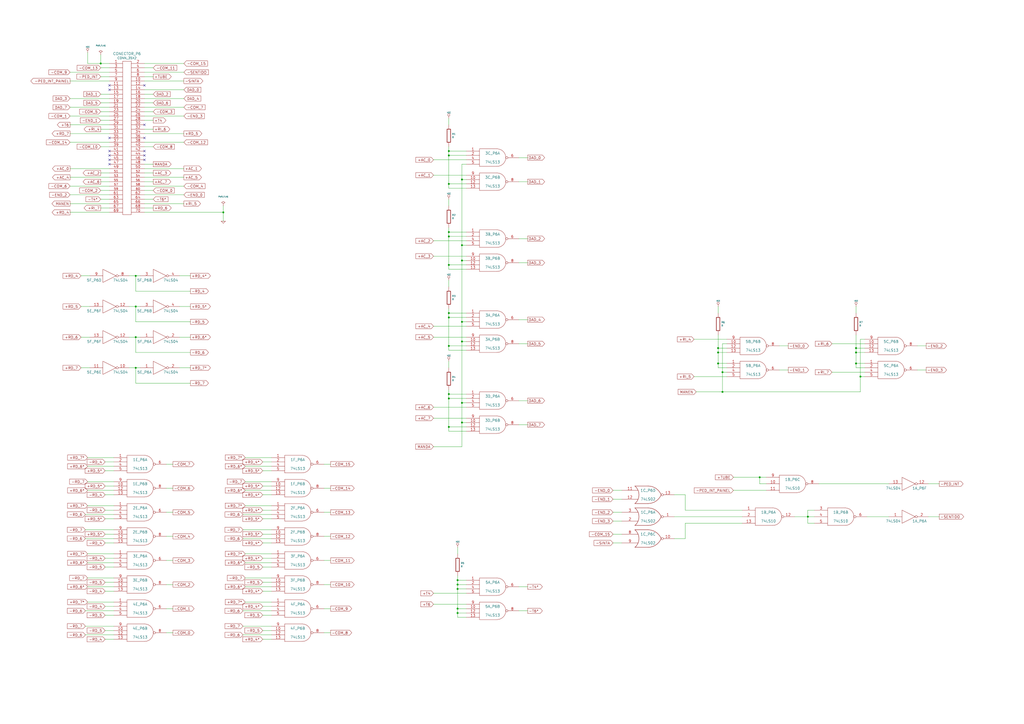
<source format=kicad_sch>
(kicad_sch (version 20250114) (generator "eeschema") (generator_version "9.0")
  (paper "A2")
  (title_block (date "2 aug 2016"))
  (junction (at 265.43 355.6))
  (junction (at 416.56 204.47))
  (junction (at 267.97 245.11))
  (junction (at 260.35 137.16))
  (junction (at 267.97 104.14))
  (junction (at 260.35 181.61))
  (junction (at 265.43 336.55))
  (junction (at 260.35 90.17))
  (junction (at 78.74 195.58))
  (junction (at 260.35 228.6))
  (junction (at 419.1 227.33))
  (junction (at 496.57 210.82))
  (junction (at 496.57 204.47))
  (junction (at 267.97 198.12))
  (junction (at 265.43 341.63))
  (junction (at 265.43 353.06))
  (junction (at 260.35 247.65))
  (junction (at 416.56 210.82))
  (junction (at 419.1 215.9))
  (junction (at 267.97 151.13))
  (junction (at 260.35 231.14))
  (junction (at 267.97 142.24))
  (junction (at 78.74 213.36))
  (junction (at 78.74 177.8))
  (junction (at 267.97 186.69))
  (junction (at 260.35 153.67))
  (junction (at 260.35 87.63))
  (junction (at 58.42 36.83))
  (junction (at 260.35 134.62))
  (junction (at 440.69 276.86))
  (junction (at 496.57 201.93))
  (junction (at 129.54 123.19))
  (junction (at 468.63 299.72))
  (junction (at 267.97 233.68))
  (junction (at 416.56 201.93))
  (junction (at 265.43 339.09))
  (junction (at 260.35 200.66))
  (junction (at 499.11 218.44))
  (junction (at 260.35 184.15))
  (junction (at 78.74 160.02))
  (junction (at 260.35 106.68))
  (no_connect (at 63.5 87.63))
  (no_connect (at 63.5 90.17))
  (no_connect (at 63.5 49.53))
  (no_connect (at 63.5 52.07))
  (no_connect (at 83.82 87.63))
  (no_connect (at 63.5 80.01))
  (no_connect (at 63.5 92.71))
  (no_connect (at 83.82 49.53))
  (no_connect (at 63.5 95.25))
  (no_connect (at 83.82 90.17))
  (no_connect (at 83.82 80.01))
  (no_connect (at 83.82 92.71))
  (no_connect (at 83.82 72.39))
  (wire (pts (xy 83.82 123.19) (xy 129.54 123.19)))
  (wire (pts (xy 140.97 307.34) (xy 157.48 307.34)))
  (wire (pts (xy 260.35 87.63) (xy 260.35 90.17)))
  (wire (pts (xy 40.64 97.79) (xy 63.5 97.79)))
  (wire (pts (xy 50.8 270.51) (xy 66.04 270.51)))
  (wire (pts (xy 74.93 195.58) (xy 78.74 195.58)))
  (wire (pts (xy 260.35 226.06) (xy 260.35 228.6)))
  (wire (pts (xy 501.65 199.39) (xy 482.6 199.39)))
  (wire (pts (xy 106.68 102.87) (xy 83.82 102.87)))
  (wire (pts (xy 129.54 119.38) (xy 129.54 123.19)))
  (wire (pts (xy 66.04 293.37) (xy 50.8 293.37)))
  (wire (pts (xy 152.4 356.87) (xy 157.48 356.87)))
  (wire (pts (xy 63.5 69.85) (xy 58.42 69.85)))
  (wire (pts (xy 78.74 195.58) (xy 81.28 195.58)))
  (wire (pts (xy 260.35 68.58) (xy 260.35 72.39)))
  (wire (pts (xy 140.97 368.3) (xy 157.48 368.3)))
  (wire (pts (xy 440.69 276.86) (xy 444.5 276.86)))
  (wire (pts (xy 270.51 236.22) (xy 251.46 236.22)))
  (wire (pts (xy 260.35 153.67) (xy 260.35 156.21)))
  (wire (pts (xy 106.68 107.95) (xy 83.82 107.95)))
  (wire (pts (xy 360.68 289.56) (xy 355.6 289.56)))
  (wire (pts (xy 60.96 281.94) (xy 66.04 281.94)))
  (wire (pts (xy 96.52 325.12) (xy 100.33 325.12)))
  (wire (pts (xy 270.51 344.17) (xy 251.46 344.17)))
  (wire (pts (xy 300.99 246.38) (xy 306.07 246.38)))
  (wire (pts (xy 419.1 215.9) (xy 421.64 215.9)))
  (wire (pts (xy 360.68 284.48) (xy 355.6 284.48)))
  (wire (pts (xy 157.48 321.31) (xy 142.24 321.31)))
  (wire (pts (xy 88.9 69.85) (xy 83.82 69.85)))
  (wire (pts (xy 300.99 152.4) (xy 306.07 152.4)))
  (wire (pts (xy 52.07 177.8) (xy 46.99 177.8)))
  (wire (pts (xy 140.97 312.42) (xy 157.48 312.42)))
  (wire (pts (xy 49.53 298.45) (xy 66.04 298.45)))
  (wire (pts (xy 60.96 328.93) (xy 66.04 328.93)))
  (wire (pts (xy 58.42 44.45) (xy 63.5 44.45)))
  (wire (pts (xy 83.82 46.99) (xy 106.68 46.99)))
  (wire (pts (xy 78.74 186.69) (xy 78.74 177.8)))
  (wire (pts (xy 421.64 201.93) (xy 416.56 201.93)))
  (wire (pts (xy 502.92 299.72) (xy 515.62 299.72)))
  (wire (pts (xy 270.51 189.23) (xy 251.46 189.23)))
  (wire (pts (xy 58.42 54.61) (xy 63.5 54.61)))
  (wire (pts (xy 110.49 204.47) (xy 78.74 204.47)))
  (wire (pts (xy 532.13 214.63) (xy 537.21 214.63)))
  (wire (pts (xy 110.49 213.36) (xy 104.14 213.36)))
  (wire (pts (xy 260.35 231.14) (xy 260.35 247.65)))
  (wire (pts (xy 306.07 340.36) (xy 300.99 340.36)))
  (wire (pts (xy 496.57 194.31) (xy 496.57 201.93)))
  (wire (pts (xy 496.57 204.47) (xy 496.57 210.82)))
  (wire (pts (xy 66.04 349.25) (xy 50.8 349.25)))
  (wire (pts (xy 260.35 106.68) (xy 260.35 109.22)))
  (wire (pts (xy 66.04 337.82) (xy 60.96 337.82)))
  (wire (pts (xy 267.97 104.14) (xy 267.97 142.24)))
  (wire (pts (xy 50.8 335.28) (xy 66.04 335.28)))
  (wire (pts (xy 544.83 280.67) (xy 538.48 280.67)))
  (wire (pts (xy 260.35 106.68) (xy 270.51 106.68)))
  (wire (pts (xy 265.43 353.06) (xy 270.51 353.06)))
  (wire (pts (xy 360.68 302.26) (xy 355.6 302.26)))
  (wire (pts (xy 157.48 265.43) (xy 142.24 265.43)))
  (wire (pts (xy 58.42 31.75) (xy 58.42 36.83)))
  (wire (pts (xy 355.6 297.18) (xy 360.68 297.18)))
  (wire (pts (xy 419.1 227.33) (xy 403.86 227.33)))
  (wire (pts (xy 265.43 341.63) (xy 270.51 341.63)))
  (wire (pts (xy 306.07 185.42) (xy 300.99 185.42)))
  (wire (pts (xy 78.74 160.02) (xy 81.28 160.02)))
  (wire (pts (xy 425.45 284.48) (xy 444.5 284.48)))
  (wire (pts (xy 421.64 196.85) (xy 402.59 196.85)))
  (wire (pts (xy 58.42 100.33) (xy 63.5 100.33)))
  (wire (pts (xy 157.48 349.25) (xy 142.24 349.25)))
  (wire (pts (xy 140.97 354.33) (xy 157.48 354.33)))
  (wire (pts (xy 40.64 107.95) (xy 63.5 107.95)))
  (wire (pts (xy 40.64 46.99) (xy 63.5 46.99)))
  (wire (pts (xy 40.64 41.91) (xy 63.5 41.91)))
  (wire (pts (xy 187.96 297.18) (xy 191.77 297.18)))
  (wire (pts (xy 157.48 363.22) (xy 140.97 363.22)))
  (wire (pts (xy 472.44 295.91) (xy 468.63 295.91)))
  (wire (pts (xy 100.33 339.09) (xy 96.52 339.09)))
  (wire (pts (xy 106.68 77.47) (xy 83.82 77.47)))
  (wire (pts (xy 270.51 195.58) (xy 251.46 195.58)))
  (wire (pts (xy 452.12 214.63) (xy 457.2 214.63)))
  (wire (pts (xy 270.51 231.14) (xy 260.35 231.14)))
  (wire (pts (xy 58.42 85.09) (xy 63.5 85.09)))
  (wire (pts (xy 397.51 295.91) (xy 430.53 295.91)))
  (wire (pts (xy 496.57 213.36) (xy 501.65 213.36)))
  (wire (pts (xy 260.35 181.61) (xy 260.35 184.15)))
  (wire (pts (xy 496.57 177.8) (xy 496.57 181.61)))
  (wire (pts (xy 270.51 90.17) (xy 260.35 90.17)))
  (wire (pts (xy 267.97 142.24) (xy 270.51 142.24)))
  (wire (pts (xy 260.35 153.67) (xy 270.51 153.67)))
  (wire (pts (xy 106.68 113.03) (xy 83.82 113.03)))
  (wire (pts (xy 152.4 281.94) (xy 157.48 281.94)))
  (wire (pts (xy 260.35 209.55) (xy 260.35 213.36)))
  (wire (pts (xy 538.48 299.72) (xy 544.83 299.72)))
  (wire (pts (xy 391.16 287.02) (xy 397.51 287.02)))
  (wire (pts (xy 152.4 351.79) (xy 157.48 351.79)))
  (wire (pts (xy 152.4 314.96) (xy 157.48 314.96)))
  (wire (pts (xy 416.56 210.82) (xy 416.56 213.36)))
  (wire (pts (xy 152.4 267.97) (xy 157.48 267.97)))
  (wire (pts (xy 50.8 30.48) (xy 50.8 36.83)))
  (wire (pts (xy 496.57 204.47) (xy 501.65 204.47)))
  (wire (pts (xy 260.35 181.61) (xy 270.51 181.61)))
  (wire (pts (xy 58.42 59.69) (xy 63.5 59.69)))
  (wire (pts (xy 191.77 283.21) (xy 187.96 283.21)))
  (wire (pts (xy 88.9 95.25) (xy 83.82 95.25)))
  (wire (pts (xy 468.63 303.53) (xy 472.44 303.53)))
  (wire (pts (xy 100.33 311.15) (xy 96.52 311.15)))
  (wire (pts (xy 187.96 325.12) (xy 191.77 325.12)))
  (wire (pts (xy 496.57 210.82) (xy 501.65 210.82)))
  (wire (pts (xy 501.65 201.93) (xy 496.57 201.93)))
  (wire (pts (xy 140.97 298.45) (xy 157.48 298.45)))
  (wire (pts (xy 142.24 284.48) (xy 157.48 284.48)))
  (wire (pts (xy 88.9 85.09) (xy 83.82 85.09)))
  (wire (pts (xy 300.99 199.39) (xy 306.07 199.39)))
  (wire (pts (xy 270.51 198.12) (xy 267.97 198.12)))
  (wire (pts (xy 260.35 179.07) (xy 260.35 181.61)))
  (wire (pts (xy 461.01 299.72) (xy 468.63 299.72)))
  (wire (pts (xy 260.35 247.65) (xy 270.51 247.65)))
  (wire (pts (xy 267.97 233.68) (xy 267.97 245.11)))
  (wire (pts (xy 88.9 54.61) (xy 83.82 54.61)))
  (wire (pts (xy 88.9 39.37) (xy 83.82 39.37)))
  (wire (pts (xy 260.35 90.17) (xy 260.35 106.68)))
  (wire (pts (xy 152.4 328.93) (xy 157.48 328.93)))
  (wire (pts (xy 260.35 115.57) (xy 260.35 119.38)))
  (wire (pts (xy 537.21 200.66) (xy 532.13 200.66)))
  (wire (pts (xy 40.64 102.87) (xy 63.5 102.87)))
  (wire (pts (xy 152.4 309.88) (xy 157.48 309.88)))
  (wire (pts (xy 60.96 323.85) (xy 66.04 323.85)))
  (wire (pts (xy 110.49 160.02) (xy 104.14 160.02)))
  (wire (pts (xy 152.4 273.05) (xy 157.48 273.05)))
  (wire (pts (xy 60.96 370.84) (xy 66.04 370.84)))
  (wire (pts (xy 260.35 200.66) (xy 270.51 200.66)))
  (wire (pts (xy 106.68 62.23) (xy 83.82 62.23)))
  (wire (pts (xy 260.35 200.66) (xy 260.35 203.2)))
  (wire (pts (xy 416.56 213.36) (xy 421.64 213.36)))
  (wire (pts (xy 60.96 314.96) (xy 66.04 314.96)))
  (wire (pts (xy 187.96 269.24) (xy 191.77 269.24)))
  (wire (pts (xy 421.64 218.44) (xy 402.59 218.44)))
  (wire (pts (xy 270.51 139.7) (xy 251.46 139.7)))
  (wire (pts (xy 40.64 118.11) (xy 63.5 118.11)))
  (wire (pts (xy 66.04 321.31) (xy 50.8 321.31)))
  (wire (pts (xy 267.97 198.12) (xy 267.97 233.68)))
  (wire (pts (xy 468.63 299.72) (xy 472.44 299.72)))
  (wire (pts (xy 50.8 284.48) (xy 66.04 284.48)))
  (wire (pts (xy 52.07 213.36) (xy 46.99 213.36)))
  (wire (pts (xy 265.43 358.14) (xy 270.51 358.14)))
  (wire (pts (xy 49.53 307.34) (xy 66.04 307.34)))
  (wire (pts (xy 74.93 213.36) (xy 78.74 213.36)))
  (wire (pts (xy 416.56 201.93) (xy 416.56 204.47)))
  (wire (pts (xy 50.8 326.39) (xy 66.04 326.39)))
  (wire (pts (xy 191.77 311.15) (xy 187.96 311.15)))
  (wire (pts (xy 50.8 36.83) (xy 58.42 36.83)))
  (wire (pts (xy 100.33 283.21) (xy 96.52 283.21)))
  (wire (pts (xy 416.56 204.47) (xy 416.56 210.82)))
  (wire (pts (xy 83.82 44.45) (xy 88.9 44.45)))
  (wire (pts (xy 425.45 276.86) (xy 440.69 276.86)))
  (wire (pts (xy 106.68 67.31) (xy 83.82 67.31)))
  (wire (pts (xy 496.57 210.82) (xy 496.57 213.36)))
  (wire (pts (xy 419.1 199.39) (xy 419.1 215.9)))
  (wire (pts (xy 106.68 52.07) (xy 83.82 52.07)))
  (wire (pts (xy 306.07 138.43) (xy 300.99 138.43)))
  (wire (pts (xy 265.43 353.06) (xy 265.43 355.6)))
  (wire (pts (xy 152.4 365.76) (xy 157.48 365.76)))
  (wire (pts (xy 355.6 314.96) (xy 360.68 314.96)))
  (wire (pts (xy 83.82 118.11) (xy 106.68 118.11)))
  (wire (pts (xy 515.62 280.67) (xy 474.98 280.67)))
  (wire (pts (xy 60.96 273.05) (xy 66.04 273.05)))
  (wire (pts (xy 270.51 350.52) (xy 251.46 350.52)))
  (wire (pts (xy 267.97 151.13) (xy 267.97 186.69)))
  (wire (pts (xy 187.96 353.06) (xy 191.77 353.06)))
  (wire (pts (xy 63.5 110.49) (xy 58.42 110.49)))
  (wire (pts (xy 40.64 57.15) (xy 63.5 57.15)))
  (wire (pts (xy 58.42 36.83) (xy 63.5 36.83)))
  (wire (pts (xy 66.04 265.43) (xy 50.8 265.43)))
  (wire (pts (xy 306.07 91.44) (xy 300.99 91.44)))
  (wire (pts (xy 50.8 340.36) (xy 66.04 340.36)))
  (wire (pts (xy 260.35 250.19) (xy 270.51 250.19)))
  (wire (pts (xy 60.96 342.9) (xy 66.04 342.9)))
  (wire (pts (xy 430.53 303.53) (xy 397.51 303.53)))
  (wire (pts (xy 270.51 336.55) (xy 265.43 336.55)))
  (wire (pts (xy 265.43 334.01) (xy 265.43 336.55)))
  (wire (pts (xy 58.42 64.77) (xy 63.5 64.77)))
  (wire (pts (xy 270.51 184.15) (xy 260.35 184.15)))
  (wire (pts (xy 110.49 186.69) (xy 78.74 186.69)))
  (wire (pts (xy 270.51 104.14) (xy 267.97 104.14)))
  (wire (pts (xy 110.49 168.91) (xy 78.74 168.91)))
  (wire (pts (xy 260.35 132.08) (xy 260.35 134.62)))
  (wire (pts (xy 96.52 297.18) (xy 100.33 297.18)))
  (wire (pts (xy 270.51 339.09) (xy 265.43 339.09)))
  (wire (pts (xy 129.54 123.19) (xy 129.54 128.27)))
  (wire (pts (xy 152.4 295.91) (xy 157.48 295.91)))
  (wire (pts (xy 110.49 177.8) (xy 104.14 177.8)))
  (wire (pts (xy 300.99 354.33) (xy 306.07 354.33)))
  (wire (pts (xy 142.24 326.39) (xy 157.48 326.39)))
  (wire (pts (xy 63.5 115.57) (xy 58.42 115.57)))
  (wire (pts (xy 306.07 232.41) (xy 300.99 232.41)))
  (wire (pts (xy 421.64 199.39) (xy 419.1 199.39)))
  (wire (pts (xy 468.63 295.91) (xy 468.63 299.72)))
  (wire (pts (xy 100.33 367.03) (xy 96.52 367.03)))
  (wire (pts (xy 499.11 196.85) (xy 499.11 218.44)))
  (wire (pts (xy 267.97 245.11) (xy 270.51 245.11)))
  (wire (pts (xy 58.42 74.93) (xy 63.5 74.93)))
  (wire (pts (xy 265.43 336.55) (xy 265.43 339.09)))
  (wire (pts (xy 74.93 177.8) (xy 78.74 177.8)))
  (wire (pts (xy 78.74 204.47) (xy 78.74 195.58)))
  (wire (pts (xy 152.4 370.84) (xy 157.48 370.84)))
  (wire (pts (xy 267.97 142.24) (xy 267.97 151.13)))
  (wire (pts (xy 260.35 184.15) (xy 260.35 200.66)))
  (wire (pts (xy 267.97 233.68) (xy 270.51 233.68)))
  (wire (pts (xy 267.97 259.08) (xy 251.46 259.08)))
  (wire (pts (xy 50.8 279.4) (xy 66.04 279.4)))
  (wire (pts (xy 66.04 363.22) (xy 49.53 363.22)))
  (wire (pts (xy 110.49 222.25) (xy 78.74 222.25)))
  (wire (pts (xy 360.68 309.88) (xy 355.6 309.88)))
  (wire (pts (xy 267.97 186.69) (xy 267.97 198.12)))
  (wire (pts (xy 60.96 287.02) (xy 66.04 287.02)))
  (wire (pts (xy 88.9 64.77) (xy 83.82 64.77)))
  (wire (pts (xy 52.07 195.58) (xy 46.99 195.58)))
  (wire (pts (xy 78.74 168.91) (xy 78.74 160.02)))
  (wire (pts (xy 60.96 309.88) (xy 66.04 309.88)))
  (wire (pts (xy 49.53 368.3) (xy 66.04 368.3)))
  (wire (pts (xy 157.48 337.82) (xy 152.4 337.82)))
  (wire (pts (xy 265.43 341.63) (xy 265.43 353.06)))
  (wire (pts (xy 440.69 276.86) (xy 440.69 280.67)))
  (wire (pts (xy 88.9 105.41) (xy 83.82 105.41)))
  (wire (pts (xy 416.56 204.47) (xy 421.64 204.47)))
  (wire (pts (xy 267.97 95.25) (xy 270.51 95.25)))
  (wire (pts (xy 270.51 137.16) (xy 260.35 137.16)))
  (wire (pts (xy 270.51 92.71) (xy 251.46 92.71)))
  (wire (pts (xy 63.5 105.41) (xy 58.42 105.41)))
  (wire (pts (xy 267.97 186.69) (xy 270.51 186.69)))
  (wire (pts (xy 49.53 312.42) (xy 66.04 312.42)))
  (wire (pts (xy 267.97 245.11) (xy 267.97 259.08)))
  (wire (pts (xy 270.51 148.59) (xy 251.46 148.59)))
  (wire (pts (xy 496.57 201.93) (xy 496.57 204.47)))
  (wire (pts (xy 152.4 287.02) (xy 157.48 287.02)))
  (wire (pts (xy 499.11 196.85) (xy 501.65 196.85)))
  (wire (pts (xy 430.53 299.72) (xy 391.16 299.72)))
  (wire (pts (xy 152.4 342.9) (xy 157.48 342.9)))
  (wire (pts (xy 152.4 300.99) (xy 157.48 300.99)))
  (wire (pts (xy 142.24 270.51) (xy 157.48 270.51)))
  (wire (pts (xy 440.69 280.67) (xy 444.5 280.67)))
  (wire (pts (xy 416.56 177.8) (xy 416.56 181.61)))
  (wire (pts (xy 267.97 95.25) (xy 267.97 104.14)))
  (wire (pts (xy 74.93 160.02) (xy 78.74 160.02)))
  (wire (pts (xy 265.43 317.5) (xy 265.43 321.31)))
  (wire (pts (xy 397.51 287.02) (xy 397.51 295.91)))
  (wire (pts (xy 416.56 194.31) (xy 416.56 201.93)))
  (wire (pts (xy 88.9 100.33) (xy 83.82 100.33)))
  (wire (pts (xy 419.1 215.9) (xy 419.1 227.33)))
  (wire (pts (xy 260.35 156.21) (xy 270.51 156.21)))
  (wire (pts (xy 63.5 120.65) (xy 58.42 120.65)))
  (wire (pts (xy 270.51 101.6) (xy 251.46 101.6)))
  (wire (pts (xy 49.53 354.33) (xy 66.04 354.33)))
  (wire (pts (xy 499.11 218.44) (xy 499.11 227.33)))
  (wire (pts (xy 88.9 115.57) (xy 83.82 115.57)))
  (wire (pts (xy 78.74 213.36) (xy 81.28 213.36)))
  (wire (pts (xy 260.35 87.63) (xy 270.51 87.63)))
  (wire (pts (xy 96.52 353.06) (xy 100.33 353.06)))
  (wire (pts (xy 106.68 82.55) (xy 83.82 82.55)))
  (wire (pts (xy 265.43 355.6) (xy 270.51 355.6)))
  (wire (pts (xy 300.99 105.41) (xy 306.07 105.41)))
  (wire (pts (xy 157.48 293.37) (xy 142.24 293.37)))
  (wire (pts (xy 88.9 120.65) (xy 83.82 120.65)))
  (wire (pts (xy 260.35 134.62) (xy 270.51 134.62)))
  (wire (pts (xy 40.64 67.31) (xy 63.5 67.31)))
  (wire (pts (xy 191.77 367.03) (xy 187.96 367.03)))
  (wire (pts (xy 260.35 228.6) (xy 260.35 231.14)))
  (wire (pts (xy 265.43 339.09) (xy 265.43 341.63)))
  (wire (pts (xy 468.63 299.72) (xy 468.63 303.53)))
  (wire (pts (xy 265.43 355.6) (xy 265.43 358.14)))
  (wire (pts (xy 58.42 39.37) (xy 63.5 39.37)))
  (wire (pts (xy 40.64 77.47) (xy 63.5 77.47)))
  (wire (pts (xy 110.49 195.58) (xy 104.14 195.58)))
  (wire (pts (xy 96.52 269.24) (xy 100.33 269.24)))
  (wire (pts (xy 260.35 203.2) (xy 270.51 203.2)))
  (wire (pts (xy 457.2 200.66) (xy 452.12 200.66)))
  (wire (pts (xy 142.24 279.4) (xy 157.48 279.4)))
  (wire (pts (xy 40.64 82.55) (xy 63.5 82.55)))
  (wire (pts (xy 270.51 242.57) (xy 251.46 242.57)))
  (wire (pts (xy 260.35 109.22) (xy 270.51 109.22)))
  (wire (pts (xy 260.35 137.16) (xy 260.35 153.67)))
  (wire (pts (xy 152.4 323.85) (xy 157.48 323.85)))
  (wire (pts (xy 106.68 97.79) (xy 83.82 97.79)))
  (wire (pts (xy 60.96 295.91) (xy 66.04 295.91)))
  (wire (pts (xy 397.51 303.53) (xy 397.51 312.42)))
  (wire (pts (xy 142.24 335.28) (xy 157.48 335.28)))
  (wire (pts (xy 106.68 57.15) (xy 83.82 57.15)))
  (wire (pts (xy 260.35 162.56) (xy 260.35 166.37)))
  (wire (pts (xy 416.56 210.82) (xy 421.64 210.82)))
  (wire (pts (xy 106.68 36.83) (xy 83.82 36.83)))
  (wire (pts (xy 142.24 340.36) (xy 157.48 340.36)))
  (wire (pts (xy 88.9 110.49) (xy 83.82 110.49)))
  (wire (pts (xy 267.97 151.13) (xy 270.51 151.13)))
  (wire (pts (xy 40.64 113.03) (xy 63.5 113.03)))
  (wire (pts (xy 88.9 74.93) (xy 83.82 74.93)))
  (wire (pts (xy 40.64 62.23) (xy 63.5 62.23)))
  (wire (pts (xy 40.64 123.19) (xy 63.5 123.19)))
  (wire (pts (xy 78.74 222.25) (xy 78.74 213.36)))
  (wire (pts (xy 499.11 227.33) (xy 419.1 227.33)))
  (wire (pts (xy 78.74 177.8) (xy 81.28 177.8)))
  (wire (pts (xy 40.64 72.39) (xy 63.5 72.39)))
  (wire (pts (xy 501.65 215.9) (xy 482.6 215.9)))
  (wire (pts (xy 260.35 247.65) (xy 260.35 250.19)))
  (wire (pts (xy 260.35 228.6) (xy 270.51 228.6)))
  (wire (pts (xy 60.96 267.97) (xy 66.04 267.97)))
  (wire (pts (xy 260.35 134.62) (xy 260.35 137.16)))
  (wire (pts (xy 60.96 351.79) (xy 66.04 351.79)))
  (wire (pts (xy 88.9 59.69) (xy 83.82 59.69)))
  (wire (pts (xy 52.07 160.02) (xy 46.99 160.02)))
  (wire (pts (xy 499.11 218.44) (xy 501.65 218.44)))
  (wire (pts (xy 191.77 339.09) (xy 187.96 339.09)))
  (wire (pts (xy 397.51 312.42) (xy 391.16 312.42)))
  (wire (pts (xy 260.35 85.09) (xy 260.35 87.63)))
  (wire (pts (xy 60.96 356.87) (xy 66.04 356.87)))
  (wire (pts (xy 83.82 41.91) (xy 106.68 41.91)))
  (wire (pts (xy 60.96 365.76) (xy 66.04 365.76)))
  (wire (pts (xy 60.96 300.99) (xy 66.04 300.99)))
  (global_label "-END_1" (shape input) (at 58.42 69.85 180) (effects (font (size 1.524 1.524))) (property "Intersheetrefs" "${INTERSHEET_REFS}" (effects (hide yes))))
  (global_label "-RD_4" (shape input) (at 60.96 295.91 180) (effects (font (size 1.524 1.524))) (property "Intersheetrefs" "${INTERSHEET_REFS}" (effects (hide yes))))
  (global_label "+RD_4*" (shape output) (at 110.49 160.02 0) (effects (font (size 1.524 1.524))) (property "Intersheetrefs" "${INTERSHEET_REFS}" (effects (hide yes))))
  (global_label "+RD_6*" (shape input) (at 50.8 326.39 180) (effects (font (size 1.524 1.524))) (property "Intersheetrefs" "${INTERSHEET_REFS}" (effects (hide yes))))
  (global_label "+TUBE" (shape input) (at 425.45 276.86 180) (effects (font (size 1.524 1.524))) (property "Intersheetrefs" "${INTERSHEET_REFS}" (effects (hide yes))))
  (global_label "-END_2" (shape input) (at 40.64 113.03 180) (effects (font (size 1.524 1.524))) (property "Intersheetrefs" "${INTERSHEET_REFS}" (effects (hide yes))))
  (global_label "DAD_4" (shape input) (at 106.68 57.15 0) (effects (font (size 1.524 1.524))) (property "Intersheetrefs" "${INTERSHEET_REFS}" (effects (hide yes))))
  (global_label "+RD_6" (shape input) (at 46.99 195.58 180) (effects (font (size 1.524 1.524))) (property "Intersheetrefs" "${INTERSHEET_REFS}" (effects (hide yes))))
  (global_label "-COM_2" (shape input) (at 58.42 110.49 180) (effects (font (size 1.524 1.524))) (property "Intersheetrefs" "${INTERSHEET_REFS}" (effects (hide yes))))
  (global_label "+AC_6" (shape input) (at 251.46 236.22 180) (effects (font (size 1.524 1.524))) (property "Intersheetrefs" "${INTERSHEET_REFS}" (effects (hide yes))))
  (global_label "-RD_6" (shape input) (at 140.97 312.42 180) (effects (font (size 1.524 1.524))) (property "Intersheetrefs" "${INTERSHEET_REFS}" (effects (hide yes))))
  (global_label "+AC_7" (shape output) (at 88.9 105.41 0) (effects (font (size 1.524 1.524))) (property "Intersheetrefs" "${INTERSHEET_REFS}" (effects (hide yes))))
  (global_label "-RD_4" (shape input) (at 60.96 351.79 180) (effects (font (size 1.524 1.524))) (property "Intersheetrefs" "${INTERSHEET_REFS}" (effects (hide yes))))
  (global_label "+RI_4" (shape input) (at 402.59 196.85 180) (effects (font (size 1.524 1.524))) (property "Intersheetrefs" "${INTERSHEET_REFS}" (effects (hide yes))))
  (global_label "DAD_4" (shape output) (at 306.07 185.42 0) (effects (font (size 1.524 1.524))) (property "Intersheetrefs" "${INTERSHEET_REFS}" (effects (hide yes))))
  (global_label "-RD_7" (shape input) (at 142.24 279.4 180) (effects (font (size 1.524 1.524))) (property "Intersheetrefs" "${INTERSHEET_REFS}" (effects (hide yes))))
  (global_label "+RI_5" (shape input) (at 402.59 218.44 180) (effects (font (size 1.524 1.524))) (property "Intersheetrefs" "${INTERSHEET_REFS}" (effects (hide yes))))
  (global_label "+RD_5*" (shape input) (at 152.4 273.05 180) (effects (font (size 1.524 1.524))) (property "Intersheetrefs" "${INTERSHEET_REFS}" (effects (hide yes))))
  (global_label "DAD_7" (shape output) (at 306.07 246.38 0) (effects (font (size 1.524 1.524))) (property "Intersheetrefs" "${INTERSHEET_REFS}" (effects (hide yes))))
  (global_label "+RD_5*" (shape input) (at 152.4 309.88 180) (effects (font (size 1.524 1.524))) (property "Intersheetrefs" "${INTERSHEET_REFS}" (effects (hide yes))))
  (global_label "-RD_5" (shape input) (at 60.96 328.93 180) (effects (font (size 1.524 1.524))) (property "Intersheetrefs" "${INTERSHEET_REFS}" (effects (hide yes))))
  (global_label "+RD_5" (shape output) (at 106.68 77.47 0) (effects (font (size 1.524 1.524))) (property "Intersheetrefs" "${INTERSHEET_REFS}" (effects (hide yes))))
  (global_label "+AC_6" (shape output) (at 58.42 105.41 180) (effects (font (size 1.524 1.524))) (property "Intersheetrefs" "${INTERSHEET_REFS}" (effects (hide yes))))
  (global_label "-RD_5" (shape input) (at 152.4 328.93 180) (effects (font (size 1.524 1.524))) (property "Intersheetrefs" "${INTERSHEET_REFS}" (effects (hide yes))))
  (global_label "+RD_4*" (shape input) (at 152.4 351.79 180) (effects (font (size 1.524 1.524))) (property "Intersheetrefs" "${INTERSHEET_REFS}" (effects (hide yes))))
  (global_label "+AC_1" (shape output) (at 106.68 97.79 0) (effects (font (size 1.524 1.524))) (property "Intersheetrefs" "${INTERSHEET_REFS}" (effects (hide yes))))
  (global_label "-PED_INT" (shape output) (at 544.83 280.67 0) (effects (font (size 1.524 1.524))) (property "Intersheetrefs" "${INTERSHEET_REFS}" (effects (hide yes))))
  (global_label "+RD_5*" (shape input) (at 60.96 300.99 180) (effects (font (size 1.524 1.524))) (property "Intersheetrefs" "${INTERSHEET_REFS}" (effects (hide yes))))
  (global_label "+RD_5*" (shape input) (at 60.96 281.94 180) (effects (font (size 1.524 1.524))) (property "Intersheetrefs" "${INTERSHEET_REFS}" (effects (hide yes))))
  (global_label "+RD_4" (shape input) (at 46.99 160.02 180) (effects (font (size 1.524 1.524))) (property "Intersheetrefs" "${INTERSHEET_REFS}" (effects (hide yes))))
  (global_label "-COM_13" (shape input) (at 58.42 39.37 180) (effects (font (size 1.524 1.524))) (property "Intersheetrefs" "${INTERSHEET_REFS}" (effects (hide yes))))
  (global_label "+RI_7" (shape input) (at 482.6 215.9 180) (effects (font (size 1.524 1.524))) (property "Intersheetrefs" "${INTERSHEET_REFS}" (effects (hide yes))))
  (global_label "-COM_15" (shape output) (at 191.77 269.24 0) (effects (font (size 1.524 1.524))) (property "Intersheetrefs" "${INTERSHEET_REFS}" (effects (hide yes))))
  (global_label "+RD_7*" (shape input) (at 50.8 293.37 180) (effects (font (size 1.524 1.524))) (property "Intersheetrefs" "${INTERSHEET_REFS}" (effects (hide yes))))
  (global_label "DAD_0" (shape output) (at 306.07 91.44 0) (effects (font (size 1.524 1.524))) (property "Intersheetrefs" "${INTERSHEET_REFS}" (effects (hide yes))))
  (global_label "+RD_5*" (shape input) (at 60.96 309.88 180) (effects (font (size 1.524 1.524))) (property "Intersheetrefs" "${INTERSHEET_REFS}" (effects (hide yes))))
  (global_label "-RD_6" (shape input) (at 49.53 312.42 180) (effects (font (size 1.524 1.524))) (property "Intersheetrefs" "${INTERSHEET_REFS}" (effects (hide yes))))
  (global_label "DAD_3" (shape output) (at 306.07 152.4 0) (effects (font (size 1.524 1.524))) (property "Intersheetrefs" "${INTERSHEET_REFS}" (effects (hide yes))))
  (global_label "-RD_4" (shape input) (at 60.96 342.9 180) (effects (font (size 1.524 1.524))) (property "Intersheetrefs" "${INTERSHEET_REFS}" (effects (hide yes))))
  (global_label "-COM_1" (shape input) (at 40.64 67.31 180) (effects (font (size 1.524 1.524))) (property "Intersheetrefs" "${INTERSHEET_REFS}" (effects (hide yes))))
  (global_label "+T6" (shape output) (at 40.64 72.39 180) (effects (font (size 1.524 1.524))) (property "Intersheetrefs" "${INTERSHEET_REFS}" (effects (hide yes))))
  (global_label "+RI_7" (shape output) (at 58.42 120.65 180) (effects (font (size 1.524 1.524))) (property "Intersheetrefs" "${INTERSHEET_REFS}" (effects (hide yes))))
  (global_label "-END_1" (shape input) (at 355.6 289.56 180) (effects (font (size 1.524 1.524))) (property "Intersheetrefs" "${INTERSHEET_REFS}" (effects (hide yes))))
  (global_label "-SENTIDO" (shape output) (at 544.83 299.72 0) (effects (font (size 1.524 1.524))) (property "Intersheetrefs" "${INTERSHEET_REFS}" (effects (hide yes))))
  (global_label "-COM_9" (shape input) (at 40.64 41.91 180) (effects (font (size 1.524 1.524))) (property "Intersheetrefs" "${INTERSHEET_REFS}" (effects (hide yes))))
  (global_label "DAD_5" (shape output) (at 306.07 199.39 0) (effects (font (size 1.524 1.524))) (property "Intersheetrefs" "${INTERSHEET_REFS}" (effects (hide yes))))
  (global_label "-END_3" (shape input) (at 355.6 302.26 180) (effects (font (size 1.524 1.524))) (property "Intersheetrefs" "${INTERSHEET_REFS}" (effects (hide yes))))
  (global_label "-RD_6" (shape input) (at 140.97 298.45 180) (effects (font (size 1.524 1.524))) (property "Intersheetrefs" "${INTERSHEET_REFS}" (effects (hide yes))))
  (global_label "+RD_5*" (shape input) (at 60.96 273.05 180) (effects (font (size 1.524 1.524))) (property "Intersheetrefs" "${INTERSHEET_REFS}" (effects (hide yes))))
  (global_label "+AC_4" (shape input) (at 251.46 189.23 180) (effects (font (size 1.524 1.524))) (property "Intersheetrefs" "${INTERSHEET_REFS}" (effects (hide yes))))
  (global_label "MANEN" (shape input) (at 403.86 227.33 180) (effects (font (size 1.524 1.524))) (property "Intersheetrefs" "${INTERSHEET_REFS}" (effects (hide yes))))
  (global_label "+RD_4" (shape output) (at 40.64 123.19 180) (effects (font (size 1.524 1.524))) (property "Intersheetrefs" "${INTERSHEET_REFS}" (effects (hide yes))))
  (global_label "+RD_6*" (shape input) (at 142.24 284.48 180) (effects (font (size 1.524 1.524))) (property "Intersheetrefs" "${INTERSHEET_REFS}" (effects (hide yes))))
  (global_label "-COM_8" (shape input) (at 88.9 85.09 0) (effects (font (size 1.524 1.524))) (property "Intersheetrefs" "${INTERSHEET_REFS}" (effects (hide yes))))
  (global_label "DAD_1" (shape input) (at 58.42 54.61 180) (effects (font (size 1.524 1.524))) (property "Intersheetrefs" "${INTERSHEET_REFS}" (effects (hide yes))))
  (global_label "-RD_5" (shape input) (at 60.96 356.87 180) (effects (font (size 1.524 1.524))) (property "Intersheetrefs" "${INTERSHEET_REFS}" (effects (hide yes))))
  (global_label "+RD_5*" (shape input) (at 152.4 300.99 180) (effects (font (size 1.524 1.524))) (property "Intersheetrefs" "${INTERSHEET_REFS}" (effects (hide yes))))
  (global_label "+T6" (shape input) (at 251.46 350.52 180) (effects (font (size 1.524 1.524))) (property "Intersheetrefs" "${INTERSHEET_REFS}" (effects (hide yes))))
  (global_label "-RD_5" (shape input) (at 60.96 337.82 180) (effects (font (size 1.524 1.524))) (property "Intersheetrefs" "${INTERSHEET_REFS}" (effects (hide yes))))
  (global_label "+T4" (shape input) (at 251.46 344.17 180) (effects (font (size 1.524 1.524))) (property "Intersheetrefs" "${INTERSHEET_REFS}" (effects (hide yes))))
  (global_label "-COM_3" (shape output) (at 100.33 325.12 0) (effects (font (size 1.524 1.524))) (property "Intersheetrefs" "${INTERSHEET_REFS}" (effects (hide yes))))
  (global_label "-RD_4" (shape output) (at 110.49 168.91 0) (effects (font (size 1.524 1.524))) (property "Intersheetrefs" "${INTERSHEET_REFS}" (effects (hide yes))))
  (global_label "-RD_7" (shape input) (at 140.97 363.22 180) (effects (font (size 1.524 1.524))) (property "Intersheetrefs" "${INTERSHEET_REFS}" (effects (hide yes))))
  (global_label "+RD_4*" (shape input) (at 152.4 267.97 180) (effects (font (size 1.524 1.524))) (property "Intersheetrefs" "${INTERSHEET_REFS}" (effects (hide yes))))
  (global_label "-END_1" (shape output) (at 457.2 214.63 0) (effects (font (size 1.524 1.524))) (property "Intersheetrefs" "${INTERSHEET_REFS}" (effects (hide yes))))
  (global_label "-RD_7" (shape input) (at 142.24 335.28 180) (effects (font (size 1.524 1.524))) (property "Intersheetrefs" "${INTERSHEET_REFS}" (effects (hide yes))))
  (global_label "-END_3" (shape output) (at 537.21 214.63 0) (effects (font (size 1.524 1.524))) (property "Intersheetrefs" "${INTERSHEET_REFS}" (effects (hide yes))))
  (global_label "DAD_2" (shape input) (at 88.9 54.61 0) (effects (font (size 1.524 1.524))) (property "Intersheetrefs" "${INTERSHEET_REFS}" (effects (hide yes))))
  (global_label "-RD_5" (shape input) (at 152.4 365.76 180) (effects (font (size 1.524 1.524))) (property "Intersheetrefs" "${INTERSHEET_REFS}" (effects (hide yes))))
  (global_label "+RD_4*" (shape input) (at 152.4 370.84 180) (effects (font (size 1.524 1.524))) (property "Intersheetrefs" "${INTERSHEET_REFS}" (effects (hide yes))))
  (global_label "-COM_15" (shape input) (at 355.6 309.88 180) (effects (font (size 1.524 1.524))) (property "Intersheetrefs" "${INTERSHEET_REFS}" (effects (hide yes))))
  (global_label "+RD_6*" (shape input) (at 142.24 270.51 180) (effects (font (size 1.524 1.524))) (property "Intersheetrefs" "${INTERSHEET_REFS}" (effects (hide yes))))
  (global_label "+RI_6" (shape output) (at 88.9 74.93 0) (effects (font (size 1.524 1.524))) (property "Intersheetrefs" "${INTERSHEET_REFS}" (effects (hide yes))))
  (global_label "-RD_6" (shape input) (at 49.53 368.3 180) (effects (font (size 1.524 1.524))) (property "Intersheetrefs" "${INTERSHEET_REFS}" (effects (hide yes))))
  (global_label "-RD_6" (shape input) (at 49.53 354.33 180) (effects (font (size 1.524 1.524))) (property "Intersheetrefs" "${INTERSHEET_REFS}" (effects (hide yes))))
  (global_label "-RD_7" (shape input) (at 50.8 279.4 180) (effects (font (size 1.524 1.524))) (property "Intersheetrefs" "${INTERSHEET_REFS}" (effects (hide yes))))
  (global_label "-T4*" (shape input) (at 58.42 115.57 180) (effects (font (size 1.524 1.524))) (property "Intersheetrefs" "${INTERSHEET_REFS}" (effects (hide yes))))
  (global_label "-RD_7" (shape output) (at 110.49 222.25 0) (effects (font (size 1.524 1.524))) (property "Intersheetrefs" "${INTERSHEET_REFS}" (effects (hide yes))))
  (global_label "-COM_5" (shape output) (at 100.33 297.18 0) (effects (font (size 1.524 1.524))) (property "Intersheetrefs" "${INTERSHEET_REFS}" (effects (hide yes))))
  (global_label "+RD_7*" (shape input) (at 50.8 349.25 180) (effects (font (size 1.524 1.524))) (property "Intersheetrefs" "${INTERSHEET_REFS}" (effects (hide yes))))
  (global_label "+T4" (shape output) (at 88.9 69.85 0) (effects (font (size 1.524 1.524))) (property "Intersheetrefs" "${INTERSHEET_REFS}" (effects (hide yes))))
  (global_label "+AC_4" (shape output) (at 40.64 102.87 180) (effects (font (size 1.524 1.524))) (property "Intersheetrefs" "${INTERSHEET_REFS}" (effects (hide yes))))
  (global_label "+RD_6" (shape output) (at 88.9 120.65 0) (effects (font (size 1.524 1.524))) (property "Intersheetrefs" "${INTERSHEET_REFS}" (effects (hide yes))))
  (global_label "-RD_5" (shape input) (at 152.4 356.87 180) (effects (font (size 1.524 1.524))) (property "Intersheetrefs" "${INTERSHEET_REFS}" (effects (hide yes))))
  (global_label "DAD_1" (shape output) (at 306.07 105.41 0) (effects (font (size 1.524 1.524))) (property "Intersheetrefs" "${INTERSHEET_REFS}" (effects (hide yes))))
  (global_label "-COM_13" (shape output) (at 191.77 297.18 0) (effects (font (size 1.524 1.524))) (property "Intersheetrefs" "${INTERSHEET_REFS}" (effects (hide yes))))
  (global_label "-SINTA" (shape output) (at 106.68 46.99 0) (effects (font (size 1.524 1.524))) (property "Intersheetrefs" "${INTERSHEET_REFS}" (effects (hide yes))))
  (global_label "-RD_4" (shape input) (at 60.96 267.97 180) (effects (font (size 1.524 1.524))) (property "Intersheetrefs" "${INTERSHEET_REFS}" (effects (hide yes))))
  (global_label "MANDA" (shape input) (at 251.46 259.08 180) (effects (font (size 1.524 1.524))) (property "Intersheetrefs" "${INTERSHEET_REFS}" (effects (hide yes))))
  (global_label "+RD_6*" (shape input) (at 50.8 270.51 180) (effects (font (size 1.524 1.524))) (property "Intersheetrefs" "${INTERSHEET_REFS}" (effects (hide yes))))
  (global_label "DAD_2" (shape output) (at 306.07 138.43 0) (effects (font (size 1.524 1.524))) (property "Intersheetrefs" "${INTERSHEET_REFS}" (effects (hide yes))))
  (global_label "+RD_7*" (shape input) (at 142.24 321.31 180) (effects (font (size 1.524 1.524))) (property "Intersheetrefs" "${INTERSHEET_REFS}" (effects (hide yes))))
  (global_label "+RD_6*" (shape input) (at 50.8 340.36 180) (effects (font (size 1.524 1.524))) (property "Intersheetrefs" "${INTERSHEET_REFS}" (effects (hide yes))))
  (global_label "+RD_5" (shape input) (at 46.99 177.8 180) (effects (font (size 1.524 1.524))) (property "Intersheetrefs" "${INTERSHEET_REFS}" (effects (hide yes))))
  (global_label "-RD_6" (shape input) (at 140.97 354.33 180) (effects (font (size 1.524 1.524))) (property "Intersheetrefs" "${INTERSHEET_REFS}" (effects (hide yes))))
  (global_label "-RD_6" (shape input) (at 140.97 368.3 180) (effects (font (size 1.524 1.524))) (property "Intersheetrefs" "${INTERSHEET_REFS}" (effects (hide yes))))
  (global_label "+RD_6*" (shape output) (at 110.49 195.58 0) (effects (font (size 1.524 1.524))) (property "Intersheetrefs" "${INTERSHEET_REFS}" (effects (hide yes))))
  (global_label "+RD_7*" (shape input) (at 142.24 293.37 180) (effects (font (size 1.524 1.524))) (property "Intersheetrefs" "${INTERSHEET_REFS}" (effects (hide yes))))
  (global_label "-COM_4" (shape output) (at 100.33 311.15 0) (effects (font (size 1.524 1.524))) (property "Intersheetrefs" "${INTERSHEET_REFS}" (effects (hide yes))))
  (global_label "+RD_7*" (shape input) (at 142.24 349.25 180) (effects (font (size 1.524 1.524))) (property "Intersheetrefs" "${INTERSHEET_REFS}" (effects (hide yes))))
  (global_label "-COM_0" (shape input) (at 88.9 110.49 0) (effects (font (size 1.524 1.524))) (property "Intersheetrefs" "${INTERSHEET_REFS}" (effects (hide yes))))
  (global_label "-SINTA" (shape input) (at 355.6 314.96 180) (effects (font (size 1.524 1.524))) (property "Intersheetrefs" "${INTERSHEET_REFS}" (effects (hide yes))))
  (global_label "-COM_7" (shape output) (at 100.33 269.24 0) (effects (font (size 1.524 1.524))) (property "Intersheetrefs" "${INTERSHEET_REFS}" (effects (hide yes))))
  (global_label "-T4*" (shape output) (at 306.07 340.36 0) (effects (font (size 1.524 1.524))) (property "Intersheetrefs" "${INTERSHEET_REFS}" (effects (hide yes))))
  (global_label "+RD_4*" (shape input) (at 152.4 314.96 180) (effects (font (size 1.524 1.524))) (property "Intersheetrefs" "${INTERSHEET_REFS}" (effects (hide yes))))
  (global_label "+RD_5*" (shape output) (at 110.49 177.8 0) (effects (font (size 1.524 1.524))) (property "Intersheetrefs" "${INTERSHEET_REFS}" (effects (hide yes))))
  (global_label "-RD_5" (shape input) (at 60.96 365.76 180) (effects (font (size 1.524 1.524))) (property "Intersheetrefs" "${INTERSHEET_REFS}" (effects (hide yes))))
  (global_label "-COM_6" (shape output) (at 100.33 283.21 0) (effects (font (size 1.524 1.524))) (property "Intersheetrefs" "${INTERSHEET_REFS}" (effects (hide yes))))
  (global_label "-COM_7" (shape input) (at 106.68 62.23 0) (effects (font (size 1.524 1.524))) (property "Intersheetrefs" "${INTERSHEET_REFS}" (effects (hide yes))))
  (global_label "-RD_7" (shape input) (at 50.8 335.28 180) (effects (font (size 1.524 1.524))) (property "Intersheetrefs" "${INTERSHEET_REFS}" (effects (hide yes))))
  (global_label "+AC_0" (shape output) (at 40.64 97.79 180) (effects (font (size 1.524 1.524))) (property "Intersheetrefs" "${INTERSHEET_REFS}" (effects (hide yes))))
  (global_label "-COM_15" (shape input) (at 106.68 36.83 0) (effects (font (size 1.524 1.524))) (property "Intersheetrefs" "${INTERSHEET_REFS}" (effects (hide yes))))
  (global_label "-COM_2" (shape output) (at 100.33 339.09 0) (effects (font (size 1.524 1.524))) (property "Intersheetrefs" "${INTERSHEET_REFS}" (effects (hide yes))))
  (global_label "+RD_4*" (shape input) (at 152.4 323.85 180) (effects (font (size 1.524 1.524))) (property "Intersheetrefs" "${INTERSHEET_REFS}" (effects (hide yes))))
  (global_label "-COM_0" (shape output) (at 100.33 367.03 0) (effects (font (size 1.524 1.524))) (property "Intersheetrefs" "${INTERSHEET_REFS}" (effects (hide yes))))
  (global_label "DAD_7" (shape input) (at 40.64 62.23 180) (effects (font (size 1.524 1.524))) (property "Intersheetrefs" "${INTERSHEET_REFS}" (effects (hide yes))))
  (global_label "+RD_7*" (shape input) (at 50.8 265.43 180) (effects (font (size 1.524 1.524))) (property "Intersheetrefs" "${INTERSHEET_REFS}" (effects (hide yes))))
  (global_label "-COM_14" (shape output) (at 191.77 283.21 0) (effects (font (size 1.524 1.524))) (property "Intersheetrefs" "${INTERSHEET_REFS}" (effects (hide yes))))
  (global_label "-PED_INT_PAINEL" (shape output) (at 40.64 46.99 180) (effects (font (size 1.524 1.524))) (property "Intersheetrefs" "${INTERSHEET_REFS}" (effects (hide yes))))
  (global_label "-COM_10" (shape input) (at 58.42 85.09 180) (effects (font (size 1.524 1.524))) (property "Intersheetrefs" "${INTERSHEET_REFS}" (effects (hide yes))))
  (global_label "+RD_6*" (shape input) (at 142.24 340.36 180) (effects (font (size 1.524 1.524))) (property "Intersheetrefs" "${INTERSHEET_REFS}" (effects (hide yes))))
  (global_label "-PED_INT" (shape input) (at 58.42 44.45 180) (effects (font (size 1.524 1.524))) (property "Intersheetrefs" "${INTERSHEET_REFS}" (effects (hide yes))))
  (global_label "+RD_5*" (shape input) (at 152.4 281.94 180) (effects (font (size 1.524 1.524))) (property "Intersheetrefs" "${INTERSHEET_REFS}" (effects (hide yes))))
  (global_label "-RD_6" (shape output) (at 110.49 204.47 0) (effects (font (size 1.524 1.524))) (property "Intersheetrefs" "${INTERSHEET_REFS}" (effects (hide yes))))
  (global_label "+RD_6*" (shape input) (at 50.8 284.48 180) (effects (font (size 1.524 1.524))) (property "Intersheetrefs" "${INTERSHEET_REFS}" (effects (hide yes))))
  (global_label "-SENTIDO" (shape input) (at 106.68 41.91 0) (effects (font (size 1.524 1.524))) (property "Intersheetrefs" "${INTERSHEET_REFS}" (effects (hide yes))))
  (global_label "+RD_7*" (shape output) (at 110.49 213.36 0) (effects (font (size 1.524 1.524))) (property "Intersheetrefs" "${INTERSHEET_REFS}" (effects (hide yes))))
  (global_label "-COM_6" (shape input) (at 40.64 107.95 180) (effects (font (size 1.524 1.524))) (property "Intersheetrefs" "${INTERSHEET_REFS}" (effects (hide yes))))
  (global_label "+RI_6" (shape input) (at 482.6 199.39 180) (effects (font (size 1.524 1.524))) (property "Intersheetrefs" "${INTERSHEET_REFS}" (effects (hide yes))))
  (global_label "+AC_7" (shape input) (at 251.46 242.57 180) (effects (font (size 1.524 1.524))) (property "Intersheetrefs" "${INTERSHEET_REFS}" (effects (hide yes))))
  (global_label "+AC_2" (shape output) (at 58.42 100.33 180) (effects (font (size 1.524 1.524))) (property "Intersheetrefs" "${INTERSHEET_REFS}" (effects (hide yes))))
  (global_label "MANDA" (shape output) (at 88.9 95.25 0) (effects (font (size 1.524 1.524))) (property "Intersheetrefs" "${INTERSHEET_REFS}" (effects (hide yes))))
  (global_label "-COM_12" (shape output) (at 191.77 311.15 0) (effects (font (size 1.524 1.524))) (property "Intersheetrefs" "${INTERSHEET_REFS}" (effects (hide yes))))
  (global_label "-T6*" (shape input) (at 88.9 115.57 0) (effects (font (size 1.524 1.524))) (property "Intersheetrefs" "${INTERSHEET_REFS}" (effects (hide yes))))
  (global_label "-END_0" (shape input) (at 355.6 284.48 180) (effects (font (size 1.524 1.524))) (property "Intersheetrefs" "${INTERSHEET_REFS}" (effects (hide yes))))
  (global_label "-T6*" (shape output) (at 306.07 354.33 0) (effects (font (size 1.524 1.524))) (property "Intersheetrefs" "${INTERSHEET_REFS}" (effects (hide yes))))
  (global_label "-COM_3" (shape input) (at 88.9 64.77 0) (effects (font (size 1.524 1.524))) (property "Intersheetrefs" "${INTERSHEET_REFS}" (effects (hide yes))))
  (global_label "-RD_7" (shape input) (at 49.53 363.22 180) (effects (font (size 1.524 1.524))) (property "Intersheetrefs" "${INTERSHEET_REFS}" (effects (hide yes))))
  (global_label "-PED_INT_PAINEL" (shape input) (at 425.45 284.48 180) (effects (font (size 1.524 1.524))) (property "Intersheetrefs" "${INTERSHEET_REFS}" (effects (hide yes))))
  (global_label "-RD_6" (shape input) (at 49.53 298.45 180) (effects (font (size 1.524 1.524))) (property "Intersheetrefs" "${INTERSHEET_REFS}" (effects (hide yes))))
  (global_label "DAD_0" (shape input) (at 106.68 52.07 0) (effects (font (size 1.524 1.524))) (property "Intersheetrefs" "${INTERSHEET_REFS}" (effects (hide yes))))
  (global_label "+AC_5" (shape input) (at 251.46 195.58 180) (effects (font (size 1.524 1.524))) (property "Intersheetrefs" "${INTERSHEET_REFS}" (effects (hide yes))))
  (global_label "+RD_7" (shape output) (at 40.64 77.47 180) (effects (font (size 1.524 1.524))) (property "Intersheetrefs" "${INTERSHEET_REFS}" (effects (hide yes))))
  (global_label "+RD_6*" (shape input) (at 142.24 326.39 180) (effects (font (size 1.524 1.524))) (property "Intersheetrefs" "${INTERSHEET_REFS}" (effects (hide yes))))
  (global_label "+RD_4*" (shape input) (at 152.4 287.02 180) (effects (font (size 1.524 1.524))) (property "Intersheetrefs" "${INTERSHEET_REFS}" (effects (hide yes))))
  (global_label "+RI_5" (shape output) (at 106.68 118.11 0) (effects (font (size 1.524 1.524))) (property "Intersheetrefs" "${INTERSHEET_REFS}" (effects (hide yes))))
  (global_label "+RD_7" (shape input) (at 46.99 213.36 180) (effects (font (size 1.524 1.524))) (property "Intersheetrefs" "${INTERSHEET_REFS}" (effects (hide yes))))
  (global_label "+AC_5" (shape output) (at 106.68 102.87 0) (effects (font (size 1.524 1.524))) (property "Intersheetrefs" "${INTERSHEET_REFS}" (effects (hide yes))))
  (global_label "-COM_1" (shape output) (at 100.33 353.06 0) (effects (font (size 1.524 1.524))) (property "Intersheetrefs" "${INTERSHEET_REFS}" (effects (hide yes))))
  (global_label "-COM_11" (shape output) (at 191.77 325.12 0) (effects (font (size 1.524 1.524))) (property "Intersheetrefs" "${INTERSHEET_REFS}" (effects (hide yes))))
  (global_label "+RD_4*" (shape input) (at 152.4 342.9 180) (effects (font (size 1.524 1.524))) (property "Intersheetrefs" "${INTERSHEET_REFS}" (effects (hide yes))))
  (global_label "+AC_0" (shape input) (at 251.46 92.71 180) (effects (font (size 1.524 1.524))) (property "Intersheetrefs" "${INTERSHEET_REFS}" (effects (hide yes))))
  (global_label "DAD_6" (shape output) (at 306.07 232.41 0) (effects (font (size 1.524 1.524))) (property "Intersheetrefs" "${INTERSHEET_REFS}" (effects (hide yes))))
  (global_label "-RD_7" (shape input) (at 49.53 307.34 180) (effects (font (size 1.524 1.524))) (property "Intersheetrefs" "${INTERSHEET_REFS}" (effects (hide yes))))
  (global_label "-RD_7" (shape input) (at 140.97 307.34 180) (effects (font (size 1.524 1.524))) (property "Intersheetrefs" "${INTERSHEET_REFS}" (effects (hide yes))))
  (global_label "+AC_3" (shape input) (at 251.46 148.59 180) (effects (font (size 1.524 1.524))) (property "Intersheetrefs" "${INTERSHEET_REFS}" (effects (hide yes))))
  (global_label "-COM_8" (shape output) (at 191.77 367.03 0) (effects (font (size 1.524 1.524))) (property "Intersheetrefs" "${INTERSHEET_REFS}" (effects (hide yes))))
  (global_label "+RD_4*" (shape input) (at 152.4 295.91 180) (effects (font (size 1.524 1.524))) (property "Intersheetrefs" "${INTERSHEET_REFS}" (effects (hide yes))))
  (global_label "+TUBE" (shape output) (at 88.9 44.45 0) (effects (font (size 1.524 1.524))) (property "Intersheetrefs" "${INTERSHEET_REFS}" (effects (hide yes))))
  (global_label "-RD_5" (shape output) (at 110.49 186.69 0) (effects (font (size 1.524 1.524))) (property "Intersheetrefs" "${INTERSHEET_REFS}" (effects (hide yes))))
  (global_label "DAD_6" (shape input) (at 88.9 59.69 0) (effects (font (size 1.524 1.524))) (property "Intersheetrefs" "${INTERSHEET_REFS}" (effects (hide yes))))
  (global_label "+AC_3" (shape output) (at 88.9 100.33 0) (effects (font (size 1.524 1.524))) (property "Intersheetrefs" "${INTERSHEET_REFS}" (effects (hide yes))))
  (global_label "+RD_7*" (shape input) (at 50.8 321.31 180) (effects (font (size 1.524 1.524))) (property "Intersheetrefs" "${INTERSHEET_REFS}" (effects (hide yes))))
  (global_label "-RD_4" (shape input) (at 60.96 287.02 180) (effects (font (size 1.524 1.524))) (property "Intersheetrefs" "${INTERSHEET_REFS}" (effects (hide yes))))
  (global_label "-COM_5" (shape input) (at 58.42 64.77 180) (effects (font (size 1.524 1.524))) (property "Intersheetrefs" "${INTERSHEET_REFS}" (effects (hide yes))))
  (global_label "+AC_1" (shape input) (at 251.46 101.6 180) (effects (font (size 1.524 1.524))) (property "Intersheetrefs" "${INTERSHEET_REFS}" (effects (hide yes))))
  (global_label "-END_2" (shape output) (at 537.21 200.66 0) (effects (font (size 1.524 1.524))) (property "Intersheetrefs" "${INTERSHEET_REFS}" (effects (hide yes))))
  (global_label "-RD_5" (shape input) (at 152.4 337.82 180) (effects (font (size 1.524 1.524))) (property "Intersheetrefs" "${INTERSHEET_REFS}" (effects (hide yes))))
  (global_label "-END_2" (shape input) (at 355.6 297.18 180) (effects (font (size 1.524 1.524))) (property "Intersheetrefs" "${INTERSHEET_REFS}" (effects (hide yes))))
  (global_label "-COM_9" (shape output) (at 191.77 353.06 0) (effects (font (size 1.524 1.524))) (property "Intersheetrefs" "${INTERSHEET_REFS}" (effects (hide yes))))
  (global_label "-RD_4" (shape input) (at 60.96 323.85 180) (effects (font (size 1.524 1.524))) (property "Intersheetrefs" "${INTERSHEET_REFS}" (effects (hide yes))))
  (global_label "-COM_11" (shape input) (at 88.9 39.37 0) (effects (font (size 1.524 1.524))) (property "Intersheetrefs" "${INTERSHEET_REFS}" (effects (hide yes))))
  (global_label "-COM_12" (shape input) (at 106.68 82.55 0) (effects (font (size 1.524 1.524))) (property "Intersheetrefs" "${INTERSHEET_REFS}" (effects (hide yes))))
  (global_label "MANEN" (shape output) (at 40.64 118.11 180) (effects (font (size 1.524 1.524))) (property "Intersheetrefs" "${INTERSHEET_REFS}" (effects (hide yes))))
  (global_label "-END_0" (shape output) (at 457.2 200.66 0) (effects (font (size 1.524 1.524))) (property "Intersheetrefs" "${INTERSHEET_REFS}" (effects (hide yes))))
  (global_label "-RD_4" (shape input) (at 60.96 314.96 180) (effects (font (size 1.524 1.524))) (property "Intersheetrefs" "${INTERSHEET_REFS}" (effects (hide yes))))
  (global_label "+RI_4" (shape output) (at 58.42 74.93 180) (effects (font (size 1.524 1.524))) (property "Intersheetrefs" "${INTERSHEET_REFS}" (effects (hide yes))))
  (global_label "+AC_2" (shape input) (at 251.46 139.7 180) (effects (font (size 1.524 1.524))) (property "Intersheetrefs" "${INTERSHEET_REFS}" (effects (hide yes))))
  (global_label "-RD_4" (shape input) (at 60.96 370.84 180) (effects (font (size 1.524 1.524))) (property "Intersheetrefs" "${INTERSHEET_REFS}" (effects (hide yes))))
  (global_label "-COM_10" (shape output) (at 191.77 339.09 0) (effects (font (size 1.524 1.524))) (property "Intersheetrefs" "${INTERSHEET_REFS}" (effects (hide yes))))
  (global_label "-END_3" (shape input) (at 106.68 67.31 0) (effects (font (size 1.524 1.524))) (property "Intersheetrefs" "${INTERSHEET_REFS}" (effects (hide yes))))
  (global_label "DAD_3" (shape input) (at 40.64 57.15 180) (effects (font (size 1.524 1.524))) (property "Intersheetrefs" "${INTERSHEET_REFS}" (effects (hide yes))))
  (global_label "-COM_4" (shape input) (at 106.68 107.95 0) (effects (font (size 1.524 1.524))) (property "Intersheetrefs" "${INTERSHEET_REFS}" (effects (hide yes))))
  (global_label "DAD_5" (shape input) (at 58.42 59.69 180) (effects (font (size 1.524 1.524))) (property "Intersheetrefs" "${INTERSHEET_REFS}" (effects (hide yes))))
  (global_label "+RD_7*" (shape input) (at 142.24 265.43 180) (effects (font (size 1.524 1.524))) (property "Intersheetrefs" "${INTERSHEET_REFS}" (effects (hide yes))))
  (global_label "-END_0" (shape input) (at 106.68 113.03 0) (effects (font (size 1.524 1.524))) (property "Intersheetrefs" "${INTERSHEET_REFS}" (effects (hide yes))))
  (global_label "-COM_14" (shape input) (at 40.64 82.55 180) (effects (font (size 1.524 1.524))) (property "Intersheetrefs" "${INTERSHEET_REFS}" (effects (hide yes))))
  (symbol (lib_id "FIN-8-rescue:CONN_35X2") (at 73.66 80.01 0) (unit 1)
    (property "Reference" "CONECTOR_P6" (at 73.66 31.1912 0) (effects (font (size 1.524 1.524))))
    (property "Value" "CONN_35X2" (at 73.66 33.6804 0))
  )
  (symbol (lib_id "FIN-8-rescue:74LS13") (at 436.88 214.63 0) (unit 1)
    (property "Reference" "5B_P6" (at 436.88 212.09 0) (effects (font (size 1.524 1.524))))
    (property "Value" "74LS13" (at 436.88 217.17 0) (effects (font (size 1.524 1.524))))
  )
  (symbol (lib_id "FIN-8-rescue:74LS13") (at 436.88 200.66 0) (unit 2)
    (property "Reference" "5B_P6" (at 436.88 198.12 0) (effects (font (size 1.524 1.524))))
    (property "Value" "74LS13" (at 436.88 203.2 0) (effects (font (size 1.524 1.524))))
  )
  (symbol (lib_id "FIN-8-rescue:R") (at 416.56 187.96 0) (unit 1)
    (property "Reference" "R6" (at 418.3634 186.9948 0) (effects (font (size 1.016 1.016)) (justify left)))
    (property "Value" "R" (at 418.3634 188.9252 0) (effects (font (size 1.016 1.016)) (justify left)))
  )
  (symbol (lib_id "FIN-8-rescue:VCC-power") (at 416.56 177.8 0) (unit 1)
    (property "Reference" "#PWR01" (effects (hide yes)))
    (property "Value" "VCC" (at 416.6362 174.5488 0) (effects (font (size 0.762 0.762))))
  )
  (symbol (lib_id "FIN-8-rescue:74LS13") (at 516.89 214.63 0) (unit 1)
    (property "Reference" "5C_P6" (at 516.89 212.09 0) (effects (font (size 1.524 1.524))))
    (property "Value" "74LS13" (at 516.89 217.17 0) (effects (font (size 1.524 1.524))))
  )
  (symbol (lib_id "FIN-8-rescue:74LS13") (at 516.89 200.66 0) (unit 2)
    (property "Reference" "5C_P6" (at 516.89 198.12 0) (effects (font (size 1.524 1.524))))
    (property "Value" "74LS13" (at 516.89 203.2 0) (effects (font (size 1.524 1.524))))
  )
  (symbol (lib_id "FIN-8-rescue:R") (at 496.57 187.96 0) (unit 1)
    (property "Reference" "R7" (at 498.3734 186.9948 0) (effects (font (size 1.016 1.016)) (justify left)))
    (property "Value" "R" (at 498.3734 188.9252 0) (effects (font (size 1.016 1.016)) (justify left)))
  )
  (symbol (lib_id "FIN-8-rescue:VCC-power") (at 496.57 177.8 0) (unit 1)
    (property "Reference" "#PWR02" (effects (hide yes)))
    (property "Value" "VCC" (at 496.6462 174.5488 0) (effects (font (size 0.762 0.762))))
  )
  (symbol (lib_id "FIN-8-rescue:74LS04") (at 527.05 299.72 0) (unit 1)
    (property "Reference" "1A_P6" (at 533.4 302.26 0) (effects (font (size 1.524 1.524))))
    (property "Value" "74LS04" (at 518.16 302.26 0) (effects (font (size 1.524 1.524))))
  )
  (symbol (lib_id "FIN-8-rescue:74LS04") (at 527.05 280.67 0) (unit 6)
    (property "Reference" "1A_P6" (at 533.4 283.21 0) (effects (font (size 1.524 1.524))))
    (property "Value" "74LS04" (at 518.16 283.21 0) (effects (font (size 1.524 1.524))))
  )
  (symbol (lib_id "FIN-8-rescue:74LS10") (at 487.68 299.72 0) (unit 2)
    (property "Reference" "1B_P6" (at 487.68 297.18 0) (effects (font (size 1.524 1.524))))
    (property "Value" "74LS10" (at 487.68 302.26 0) (effects (font (size 1.524 1.524))))
  )
  (symbol (lib_id "FIN-8-rescue:74LS10") (at 445.77 299.72 0) (unit 1)
    (property "Reference" "1B_P6" (at 445.77 297.18 0) (effects (font (size 1.524 1.524))))
    (property "Value" "74LS10" (at 445.77 302.26 0) (effects (font (size 1.524 1.524))))
  )
  (symbol (lib_id "FIN-8-rescue:74LS10") (at 459.74 280.67 0) (unit 3)
    (property "Reference" "1B_P6" (at 459.74 278.13 0) (effects (font (size 1.524 1.524))))
    (property "Value" "74LS10" (at 459.74 283.21 0) (effects (font (size 1.524 1.524))))
  )
  (symbol (lib_id "FIN-8-rescue:74LS02") (at 375.92 299.72 0) (mirror x) (unit 1)
    (property "Reference" "1C_P6" (at 375.92 297.18 0) (effects (font (size 1.524 1.524))))
    (property "Value" "74LS02" (at 375.92 302.26 0) (effects (font (size 1.524 1.524))))
  )
  (symbol (lib_id "FIN-8-rescue:74LS02") (at 375.92 287.02 0) (unit 4)
    (property "Reference" "1C_P6" (at 375.92 284.48 0) (effects (font (size 1.524 1.524))))
    (property "Value" "74LS02" (at 375.92 289.56 0) (effects (font (size 1.524 1.524))))
  )
  (symbol (lib_id "FIN-8-rescue:74LS02") (at 375.92 312.42 0) (unit 3)
    (property "Reference" "1C_P6" (at 375.92 309.88 0) (effects (font (size 1.524 1.524))))
    (property "Value" "74LS02" (at 375.92 314.96 0) (effects (font (size 1.524 1.524))))
  )
  (symbol (lib_id "FIN-8-rescue:74LS13") (at 285.75 354.33 0) (unit 2)
    (property "Reference" "5A_P6" (at 285.75 351.79 0) (effects (font (size 1.524 1.524))))
    (property "Value" "74LS13" (at 285.75 356.87 0) (effects (font (size 1.524 1.524))))
  )
  (symbol (lib_id "FIN-8-rescue:74LS13") (at 285.75 340.36 0) (unit 1)
    (property "Reference" "5A_P6" (at 285.75 337.82 0) (effects (font (size 1.524 1.524))))
    (property "Value" "74LS13" (at 285.75 342.9 0) (effects (font (size 1.524 1.524))))
  )
  (symbol (lib_id "FIN-8-rescue:R") (at 265.43 327.66 0) (unit 1)
    (property "Reference" "R5" (at 267.2334 326.6948 0) (effects (font (size 1.016 1.016)) (justify left)))
    (property "Value" "R" (at 267.2334 328.6252 0) (effects (font (size 1.016 1.016)) (justify left)))
  )
  (symbol (lib_id "FIN-8-rescue:VCC-power") (at 265.43 317.5 0) (unit 1)
    (property "Reference" "#PWR03" (effects (hide yes)))
    (property "Value" "VCC" (at 265.5062 314.2488 0) (effects (font (size 0.762 0.762))))
  )
  (symbol (lib_id "FIN-8-rescue:74LS13") (at 285.75 246.38 0) (unit 2)
    (property "Reference" "3D_P6" (at 285.75 243.84 0) (effects (font (size 1.524 1.524))))
    (property "Value" "74LS13" (at 285.75 248.92 0) (effects (font (size 1.524 1.524))))
  )
  (symbol (lib_id "FIN-8-rescue:74LS13") (at 285.75 232.41 0) (unit 1)
    (property "Reference" "3D_P6" (at 285.75 229.87 0) (effects (font (size 1.524 1.524))))
    (property "Value" "74LS13" (at 285.75 234.95 0) (effects (font (size 1.524 1.524))))
  )
  (symbol (lib_id "FIN-8-rescue:R") (at 260.35 219.71 0) (unit 1)
    (property "Reference" "R4" (at 262.1534 218.7448 0) (effects (font (size 1.016 1.016)) (justify left)))
    (property "Value" "R" (at 262.1534 220.6752 0) (effects (font (size 1.016 1.016)) (justify left)))
  )
  (symbol (lib_id "FIN-8-rescue:VCC-power") (at 260.35 209.55 0) (unit 1)
    (property "Reference" "#PWR04" (effects (hide yes)))
    (property "Value" "VCC" (at 260.4262 206.2988 0) (effects (font (size 0.762 0.762))))
  )
  (symbol (lib_id "FIN-8-rescue:74LS13") (at 285.75 199.39 0) (unit 2)
    (property "Reference" "3A_P6" (at 285.75 196.85 0) (effects (font (size 1.524 1.524))))
    (property "Value" "74LS13" (at 285.75 201.93 0) (effects (font (size 1.524 1.524))))
  )
  (symbol (lib_id "FIN-8-rescue:74LS13") (at 285.75 185.42 0) (unit 1)
    (property "Reference" "3A_P6" (at 285.75 182.88 0) (effects (font (size 1.524 1.524))))
    (property "Value" "74LS13" (at 285.75 187.96 0) (effects (font (size 1.524 1.524))))
  )
  (symbol (lib_id "FIN-8-rescue:R") (at 260.35 172.72 0) (unit 1)
    (property "Reference" "R3" (at 262.1534 171.7548 0) (effects (font (size 1.016 1.016)) (justify left)))
    (property "Value" "R" (at 262.1534 173.6852 0) (effects (font (size 1.016 1.016)) (justify left)))
  )
  (symbol (lib_id "FIN-8-rescue:VCC-power") (at 260.35 162.56 0) (unit 1)
    (property "Reference" "#PWR05" (effects (hide yes)))
    (property "Value" "VCC" (at 260.4262 159.3088 0) (effects (font (size 0.762 0.762))))
  )
  (symbol (lib_id "FIN-8-rescue:74LS13") (at 285.75 152.4 0) (unit 2)
    (property "Reference" "3B_P6" (at 285.75 149.86 0) (effects (font (size 1.524 1.524))))
    (property "Value" "74LS13" (at 285.75 154.94 0) (effects (font (size 1.524 1.524))))
  )
  (symbol (lib_id "FIN-8-rescue:74LS13") (at 285.75 138.43 0) (unit 1)
    (property "Reference" "3B_P6" (at 285.75 135.89 0) (effects (font (size 1.524 1.524))))
    (property "Value" "74LS13" (at 285.75 140.97 0) (effects (font (size 1.524 1.524))))
  )
  (symbol (lib_id "FIN-8-rescue:R") (at 260.35 125.73 0) (unit 1)
    (property "Reference" "R2" (at 262.1534 124.7648 0) (effects (font (size 1.016 1.016)) (justify left)))
    (property "Value" "R" (at 262.1534 126.6952 0) (effects (font (size 1.016 1.016)) (justify left)))
  )
  (symbol (lib_id "FIN-8-rescue:VCC-power") (at 260.35 115.57 0) (unit 1)
    (property "Reference" "#PWR06" (effects (hide yes)))
    (property "Value" "VCC" (at 260.4262 112.3188 0) (effects (font (size 0.762 0.762))))
  )
  (symbol (lib_id "FIN-8-rescue:74LS13") (at 285.75 105.41 0) (unit 2)
    (property "Reference" "3C_P6" (at 285.75 102.87 0) (effects (font (size 1.524 1.524))))
    (property "Value" "74LS13" (at 285.75 107.95 0) (effects (font (size 1.524 1.524))))
  )
  (symbol (lib_id "FIN-8-rescue:74LS13") (at 285.75 91.44 0) (unit 1)
    (property "Reference" "3C_P6" (at 285.75 88.9 0) (effects (font (size 1.524 1.524))))
    (property "Value" "74LS13" (at 285.75 93.98 0) (effects (font (size 1.524 1.524))))
  )
  (symbol (lib_id "FIN-8-rescue:R") (at 260.35 78.74 0) (unit 1)
    (property "Reference" "R1" (at 262.1534 77.7748 0) (effects (font (size 1.016 1.016)) (justify left)))
    (property "Value" "R" (at 262.1534 79.7052 0) (effects (font (size 1.016 1.016)) (justify left)))
  )
  (symbol (lib_id "FIN-8-rescue:VCC-power") (at 260.35 68.58 0) (unit 1)
    (property "Reference" "#PWR07" (effects (hide yes)))
    (property "Value" "VCC" (at 260.4262 65.3288 0) (effects (font (size 0.762 0.762))))
  )
  (symbol (lib_id "FIN-8-rescue:74LS04") (at 63.5 160.02 0) (unit 4)
    (property "Reference" "5F_P6" (at 54.61 162.56 0) (effects (font (size 1.524 1.524))))
    (property "Value" "74LS04" (at 69.85 162.56 0) (effects (font (size 1.524 1.524))))
  )
  (symbol (lib_id "FIN-8-rescue:74LS04") (at 92.71 160.02 0) (unit 2)
    (property "Reference" "5F_P6" (at 83.82 162.56 0) (effects (font (size 1.524 1.524))))
    (property "Value" "74LS04" (at 99.06 162.56 0) (effects (font (size 1.524 1.524))))
  )
  (symbol (lib_id "FIN-8-rescue:74LS04") (at 63.5 177.8 0) (unit 6)
    (property "Reference" "5E_P6" (at 54.61 180.34 0) (effects (font (size 1.524 1.524))))
    (property "Value" "74LS04" (at 69.85 180.34 0) (effects (font (size 1.524 1.524))))
  )
  (symbol (lib_id "FIN-8-rescue:74LS04") (at 92.71 177.8 0) (unit 2)
    (property "Reference" "5E_P6" (at 83.82 180.34 0) (effects (font (size 1.524 1.524))))
    (property "Value" "74LS04" (at 99.06 180.34 0) (effects (font (size 1.524 1.524))))
  )
  (symbol (lib_id "FIN-8-rescue:74LS04") (at 63.5 195.58 0) (unit 6)
    (property "Reference" "5F_P6" (at 54.61 198.12 0) (effects (font (size 1.524 1.524))))
    (property "Value" "74LS04" (at 69.85 198.12 0) (effects (font (size 1.524 1.524))))
  )
  (symbol (lib_id "FIN-8-rescue:74LS04") (at 92.71 195.58 0) (unit 1)
    (property "Reference" "5F_P6" (at 83.82 198.12 0) (effects (font (size 1.524 1.524))))
    (property "Value" "74LS04" (at 99.06 198.12 0) (effects (font (size 1.524 1.524))))
  )
  (symbol (lib_id "FIN-8-rescue:74LS04") (at 63.5 213.36 0) (unit 5)
    (property "Reference" "5E_P6" (at 54.61 215.9 0) (effects (font (size 1.524 1.524))))
    (property "Value" "74LS04" (at 69.85 215.9 0) (effects (font (size 1.524 1.524))))
  )
  (symbol (lib_id "FIN-8-rescue:74LS04") (at 92.71 213.36 0) (unit 1)
    (property "Reference" "5E_P6" (at 83.82 215.9 0) (effects (font (size 1.524 1.524))))
    (property "Value" "74LS04" (at 99.06 215.9 0) (effects (font (size 1.524 1.524))))
  )
  (symbol (lib_id "FIN-8-rescue:74LS13") (at 81.28 269.24 0) (unit 1)
    (property "Reference" "1E_P6" (at 81.28 266.7 0) (effects (font (size 1.524 1.524))))
    (property "Value" "74LS13" (at 81.28 271.78 0) (effects (font (size 1.524 1.524))))
  )
  (symbol (lib_id "FIN-8-rescue:74LS13") (at 81.28 283.21 0) (unit 2)
    (property "Reference" "1E_P6" (at 81.28 280.67 0) (effects (font (size 1.524 1.524))))
    (property "Value" "74LS13" (at 81.28 285.75 0) (effects (font (size 1.524 1.524))))
  )
  (symbol (lib_id "FIN-8-rescue:74LS13") (at 81.28 297.18 0) (unit 1)
    (property "Reference" "2E_P6" (at 81.28 294.64 0) (effects (font (size 1.524 1.524))))
    (property "Value" "74LS13" (at 81.28 299.72 0) (effects (font (size 1.524 1.524))))
  )
  (symbol (lib_id "FIN-8-rescue:74LS13") (at 81.28 311.15 0) (unit 2)
    (property "Reference" "2E_P6" (at 81.28 308.61 0) (effects (font (size 1.524 1.524))))
    (property "Value" "74LS13" (at 81.28 313.69 0) (effects (font (size 1.524 1.524))))
  )
  (symbol (lib_id "FIN-8-rescue:74LS13") (at 81.28 325.12 0) (unit 1)
    (property "Reference" "3E_P6" (at 81.28 322.58 0) (effects (font (size 1.524 1.524))))
    (property "Value" "74LS13" (at 81.28 327.66 0) (effects (font (size 1.524 1.524))))
  )
  (symbol (lib_id "FIN-8-rescue:74LS13") (at 81.28 339.09 0) (unit 2)
    (property "Reference" "3E_P6" (at 81.28 336.55 0) (effects (font (size 1.524 1.524))))
    (property "Value" "74LS13" (at 81.28 341.63 0) (effects (font (size 1.524 1.524))))
  )
  (symbol (lib_id "FIN-8-rescue:74LS13") (at 81.28 353.06 0) (unit 1)
    (property "Reference" "4E_P6" (at 81.28 350.52 0) (effects (font (size 1.524 1.524))))
    (property "Value" "74LS13" (at 81.28 355.6 0) (effects (font (size 1.524 1.524))))
  )
  (symbol (lib_id "FIN-8-rescue:74LS13") (at 81.28 367.03 0) (unit 2)
    (property "Reference" "4E_P6" (at 81.28 364.49 0) (effects (font (size 1.524 1.524))))
    (property "Value" "74LS13" (at 81.28 369.57 0) (effects (font (size 1.524 1.524))))
  )
  (symbol (lib_id "FIN-8-rescue:74LS13") (at 172.72 269.24 0) (unit 1)
    (property "Reference" "1F_P6" (at 172.72 266.7 0) (effects (font (size 1.524 1.524))))
    (property "Value" "74LS13" (at 172.72 271.78 0) (effects (font (size 1.524 1.524))))
  )
  (symbol (lib_id "FIN-8-rescue:74LS13") (at 172.72 283.21 0) (unit 2)
    (property "Reference" "1F_P6" (at 172.72 280.67 0) (effects (font (size 1.524 1.524))))
    (property "Value" "74LS13" (at 172.72 285.75 0) (effects (font (size 1.524 1.524))))
  )
  (symbol (lib_id "FIN-8-rescue:74LS13") (at 172.72 297.18 0) (unit 1)
    (property "Reference" "2F_P6" (at 172.72 294.64 0) (effects (font (size 1.524 1.524))))
    (property "Value" "74LS13" (at 172.72 299.72 0) (effects (font (size 1.524 1.524))))
  )
  (symbol (lib_id "FIN-8-rescue:74LS13") (at 172.72 311.15 0) (unit 2)
    (property "Reference" "2F_P6" (at 172.72 308.61 0) (effects (font (size 1.524 1.524))))
    (property "Value" "74LS13" (at 172.72 313.69 0) (effects (font (size 1.524 1.524))))
  )
  (symbol (lib_id "FIN-8-rescue:74LS13") (at 172.72 325.12 0) (unit 1)
    (property "Reference" "3F_P6" (at 172.72 322.58 0) (effects (font (size 1.524 1.524))))
    (property "Value" "74LS13" (at 172.72 327.66 0) (effects (font (size 1.524 1.524))))
  )
  (symbol (lib_id "FIN-8-rescue:74LS13") (at 172.72 339.09 0) (unit 2)
    (property "Reference" "3F_P6" (at 172.72 336.55 0) (effects (font (size 1.524 1.524))))
    (property "Value" "74LS13" (at 172.72 341.63 0) (effects (font (size 1.524 1.524))))
  )
  (symbol (lib_id "FIN-8-rescue:74LS13") (at 172.72 353.06 0) (unit 1)
    (property "Reference" "4F_P6" (at 172.72 350.52 0) (effects (font (size 1.524 1.524))))
    (property "Value" "74LS13" (at 172.72 355.6 0) (effects (font (size 1.524 1.524))))
  )
  (symbol (lib_id "FIN-8-rescue:74LS13") (at 172.72 367.03 0) (unit 2)
    (property "Reference" "4F_P6" (at 172.72 364.49 0) (effects (font (size 1.524 1.524))))
    (property "Value" "74LS13" (at 172.72 369.57 0) (effects (font (size 1.524 1.524))))
  )
  (symbol (lib_id "FIN-8-rescue:GND") (at 129.54 128.27 0) (unit 1)
    (property "Reference" "#PWR08" (effects (hide yes)))
    (property "Value" "GND" (effects (hide yes)))
  )
  (symbol (lib_id "FIN-8-rescue:PWR_FLAG-power") (at 129.54 119.38 0) (unit 1)
    (property "Reference" "#FLG09" (effects (hide yes)))
    (property "Value" "PWR_FLAG" (at 129.54 114.0968 0) (effects (font (size 0.762 0.762))))
  )
  (symbol (lib_id "FIN-8-rescue:PWR_FLAG-power") (at 58.42 31.75 0) (unit 1)
    (property "Reference" "#FLG010" (effects (hide yes)))
    (property "Value" "PWR_FLAG" (at 58.42 26.4668 0) (effects (font (size 0.762 0.762))))
  )
  (symbol (lib_id "FIN-8-rescue:VCC-power") (at 50.8 30.48 0) (unit 1)
    (property "Reference" "#PWR011" (effects (hide yes)))
    (property "Value" "VCC" (at 50.8762 27.2288 0) (effects (font (size 0.762 0.762))))
  )
)
</source>
